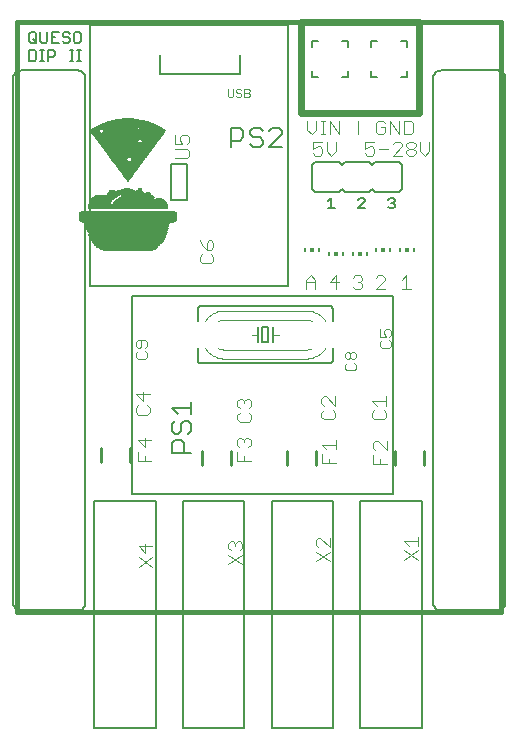
<source format=gto>
G75*
%MOIN*%
%OFA0B0*%
%FSLAX24Y24*%
%IPPOS*%
%LPD*%
%AMOC8*
5,1,8,0,0,1.08239X$1,22.5*
%
%ADD10C,0.0160*%
%ADD11C,0.0050*%
%ADD12C,0.0240*%
%ADD13C,0.0040*%
%ADD14C,0.0060*%
%ADD15C,0.0100*%
%ADD16C,0.0030*%
%ADD17R,0.0059X0.0118*%
%ADD18R,0.0118X0.0118*%
%ADD19C,0.0020*%
%ADD20C,0.0080*%
%ADD21R,0.1455X0.0013*%
%ADD22R,0.1573X0.0013*%
%ADD23R,0.1665X0.0013*%
%ADD24R,0.1731X0.0013*%
%ADD25R,0.1796X0.0013*%
%ADD26R,0.1849X0.0013*%
%ADD27R,0.1888X0.0013*%
%ADD28R,0.1927X0.0013*%
%ADD29R,0.1967X0.0013*%
%ADD30R,0.2006X0.0013*%
%ADD31R,0.2045X0.0013*%
%ADD32R,0.2071X0.0013*%
%ADD33R,0.2098X0.0013*%
%ADD34R,0.2137X0.0013*%
%ADD35R,0.2150X0.0013*%
%ADD36R,0.2176X0.0013*%
%ADD37R,0.2203X0.0013*%
%ADD38R,0.2229X0.0013*%
%ADD39R,0.2242X0.0013*%
%ADD40R,0.2268X0.0013*%
%ADD41R,0.2281X0.0013*%
%ADD42R,0.2307X0.0013*%
%ADD43R,0.2321X0.0013*%
%ADD44R,0.2334X0.0013*%
%ADD45R,0.2360X0.0013*%
%ADD46R,0.2373X0.0013*%
%ADD47R,0.2386X0.0013*%
%ADD48R,0.2399X0.0013*%
%ADD49R,0.2412X0.0013*%
%ADD50R,0.2439X0.0013*%
%ADD51R,0.2452X0.0013*%
%ADD52R,0.2465X0.0013*%
%ADD53R,0.2478X0.0013*%
%ADD54R,0.2491X0.0013*%
%ADD55R,0.2504X0.0013*%
%ADD56R,0.2517X0.0013*%
%ADD57R,0.2530X0.0013*%
%ADD58R,0.2543X0.0013*%
%ADD59R,0.2556X0.0013*%
%ADD60R,0.2570X0.0013*%
%ADD61R,0.2583X0.0013*%
%ADD62R,0.2596X0.0013*%
%ADD63R,0.2609X0.0013*%
%ADD64R,0.2622X0.0013*%
%ADD65R,0.2635X0.0013*%
%ADD66R,0.2648X0.0013*%
%ADD67R,0.2661X0.0013*%
%ADD68R,0.2674X0.0013*%
%ADD69R,0.2688X0.0013*%
%ADD70R,0.2701X0.0013*%
%ADD71R,0.2714X0.0013*%
%ADD72R,0.2727X0.0013*%
%ADD73R,0.2740X0.0013*%
%ADD74R,0.2753X0.0013*%
%ADD75R,0.2766X0.0013*%
%ADD76R,0.2779X0.0013*%
%ADD77R,0.2792X0.0013*%
%ADD78R,0.2806X0.0013*%
%ADD79R,0.3081X0.0013*%
%ADD80R,0.3146X0.0013*%
%ADD81R,0.3186X0.0013*%
%ADD82R,0.3225X0.0013*%
%ADD83R,0.3251X0.0013*%
%ADD84R,0.3264X0.0013*%
%ADD85R,0.3278X0.0013*%
%ADD86R,0.3238X0.0013*%
%ADD87R,0.3199X0.0013*%
%ADD88R,0.3160X0.0013*%
%ADD89R,0.3107X0.0013*%
%ADD90R,0.0774X0.0013*%
%ADD91R,0.0760X0.0013*%
%ADD92R,0.1822X0.0013*%
%ADD93R,0.0747X0.0013*%
%ADD94R,0.0734X0.0013*%
%ADD95R,0.1783X0.0013*%
%ADD96R,0.1770X0.0013*%
%ADD97R,0.1757X0.0013*%
%ADD98R,0.1704X0.0013*%
%ADD99R,0.1678X0.0013*%
%ADD100R,0.1639X0.0013*%
%ADD101R,0.1613X0.0013*%
%ADD102R,0.1586X0.0013*%
%ADD103R,0.1560X0.0013*%
%ADD104R,0.1508X0.0013*%
%ADD105R,0.1232X0.0013*%
%ADD106R,0.0184X0.0013*%
%ADD107R,0.1193X0.0013*%
%ADD108R,0.1180X0.0013*%
%ADD109R,0.1141X0.0013*%
%ADD110R,0.1101X0.0013*%
%ADD111R,0.1075X0.0013*%
%ADD112R,0.1036X0.0013*%
%ADD113R,0.1023X0.0013*%
%ADD114R,0.1009X0.0013*%
%ADD115R,0.0249X0.0013*%
%ADD116R,0.0446X0.0013*%
%ADD117R,0.1495X0.0013*%
%ADD118R,0.1481X0.0013*%
%ADD119R,0.1468X0.0013*%
%ADD120R,0.1442X0.0013*%
%ADD121R,0.1206X0.0013*%
%ADD122R,0.0197X0.0013*%
%ADD123R,0.0118X0.0013*%
%ADD124R,0.0052X0.0013*%
%ADD125R,0.1154X0.0013*%
%ADD126R,0.0210X0.0013*%
%ADD127R,0.0616X0.0013*%
%ADD128R,0.0144X0.0013*%
%ADD129R,0.0564X0.0013*%
%ADD130R,0.0026X0.0013*%
%ADD131R,0.0498X0.0013*%
%ADD132R,0.0170X0.0013*%
%ADD133R,0.0420X0.0013*%
%ADD134R,0.0341X0.0013*%
%ADD135R,0.0105X0.0013*%
%ADD136R,0.0066X0.0013*%
%ADD137R,0.0039X0.0013*%
%ADD138R,0.0013X0.0013*%
%ADD139R,0.0092X0.0013*%
%ADD140R,0.0223X0.0013*%
%ADD141R,0.0275X0.0013*%
%ADD142R,0.0302X0.0013*%
%ADD143R,0.0328X0.0013*%
%ADD144R,0.0354X0.0013*%
%ADD145R,0.0367X0.0013*%
%ADD146R,0.0380X0.0013*%
%ADD147R,0.0406X0.0013*%
%ADD148R,0.0433X0.0013*%
%ADD149R,0.0459X0.0013*%
%ADD150R,0.0485X0.0013*%
%ADD151R,0.0511X0.0013*%
%ADD152R,0.0538X0.0013*%
%ADD153R,0.0590X0.0013*%
%ADD154R,0.0642X0.0013*%
%ADD155R,0.0669X0.0013*%
%ADD156R,0.0695X0.0013*%
%ADD157R,0.0721X0.0013*%
%ADD158R,0.0800X0.0013*%
%ADD159R,0.0813X0.0013*%
%ADD160R,0.0826X0.0013*%
%ADD161R,0.0852X0.0013*%
%ADD162R,0.0878X0.0013*%
%ADD163R,0.0891X0.0013*%
%ADD164R,0.0905X0.0013*%
%ADD165R,0.0931X0.0013*%
%ADD166R,0.0957X0.0013*%
%ADD167R,0.0970X0.0013*%
%ADD168R,0.0983X0.0013*%
%ADD169R,0.0551X0.0013*%
%ADD170R,0.0524X0.0013*%
%ADD171R,0.0472X0.0013*%
%ADD172R,0.0629X0.0013*%
%ADD173R,0.1219X0.0013*%
%ADD174R,0.1245X0.0013*%
%ADD175R,0.1259X0.0013*%
%ADD176R,0.1272X0.0013*%
%ADD177R,0.1298X0.0013*%
%ADD178R,0.1324X0.0013*%
%ADD179R,0.1337X0.0013*%
%ADD180R,0.1350X0.0013*%
%ADD181R,0.1377X0.0013*%
%ADD182R,0.1403X0.0013*%
%ADD183R,0.1416X0.0013*%
%ADD184R,0.1429X0.0013*%
%ADD185R,0.1534X0.0013*%
%ADD186R,0.1547X0.0013*%
%ADD187R,0.1626X0.0013*%
%ADD188R,0.1652X0.0013*%
%ADD189R,0.1691X0.0013*%
%ADD190R,0.1744X0.0013*%
%ADD191R,0.1809X0.0013*%
%ADD192R,0.1862X0.0013*%
%ADD193R,0.1901X0.0013*%
%ADD194R,0.1940X0.0013*%
%ADD195R,0.1363X0.0013*%
%ADD196R,0.0577X0.0013*%
%ADD197R,0.0603X0.0013*%
%ADD198R,0.2111X0.0013*%
%ADD199R,0.2189X0.0013*%
%ADD200R,0.2216X0.0013*%
%ADD201R,0.2255X0.0013*%
%ADD202R,0.2294X0.0013*%
%ADD203R,0.1521X0.0013*%
%ADD204R,0.0839X0.0013*%
%ADD205R,0.2425X0.0013*%
%ADD206R,0.0315X0.0013*%
%ADD207R,0.2085X0.0013*%
%ADD208R,0.0787X0.0013*%
%ADD209R,0.2163X0.0013*%
%ADD210R,0.2124X0.0013*%
%ADD211R,0.2019X0.0013*%
%ADD212R,0.1953X0.0013*%
%ADD213R,0.1717X0.0013*%
%ADD214R,0.1599X0.0013*%
%ADD215R,0.1114X0.0013*%
D10*
X002254Y004003D02*
X018396Y004003D01*
X018396Y023688D01*
X002254Y023688D01*
X002254Y004003D01*
X004419Y004003D02*
X016230Y004003D01*
X016230Y023688D02*
X015640Y023688D01*
X011703Y023688D02*
X004419Y023688D01*
D11*
X004670Y023569D02*
X011270Y023569D01*
X011270Y014869D01*
X004670Y014869D01*
X004670Y023569D01*
X004371Y023276D02*
X004371Y023042D01*
X004312Y022984D01*
X004195Y022984D01*
X004137Y023042D01*
X004137Y023276D01*
X004195Y023334D01*
X004312Y023334D01*
X004371Y023276D01*
X004002Y023276D02*
X003944Y023334D01*
X003827Y023334D01*
X003769Y023276D01*
X003769Y023217D01*
X003827Y023159D01*
X003944Y023159D01*
X004002Y023101D01*
X004002Y023042D01*
X003944Y022984D01*
X003827Y022984D01*
X003769Y023042D01*
X003634Y022984D02*
X003400Y022984D01*
X003400Y023334D01*
X003634Y023334D01*
X003517Y023159D02*
X003400Y023159D01*
X003266Y023042D02*
X003266Y023334D01*
X003032Y023334D02*
X003032Y023042D01*
X003090Y022984D01*
X003207Y022984D01*
X003266Y023042D01*
X003278Y022734D02*
X003453Y022734D01*
X003511Y022676D01*
X003511Y022559D01*
X003453Y022501D01*
X003278Y022501D01*
X003278Y022384D02*
X003278Y022734D01*
X003149Y022734D02*
X003032Y022734D01*
X003090Y022734D02*
X003090Y022384D01*
X003032Y022384D02*
X003149Y022384D01*
X002897Y022442D02*
X002897Y022676D01*
X002839Y022734D01*
X002664Y022734D01*
X002664Y022384D01*
X002839Y022384D01*
X002897Y022442D01*
X002897Y022984D02*
X002780Y023101D01*
X002722Y022984D02*
X002664Y023042D01*
X002664Y023276D01*
X002722Y023334D01*
X002839Y023334D01*
X002897Y023276D01*
X002897Y023042D01*
X002839Y022984D01*
X002722Y022984D01*
X004014Y022734D02*
X004131Y022734D01*
X004073Y022734D02*
X004073Y022384D01*
X004131Y022384D02*
X004014Y022384D01*
X004260Y022384D02*
X004377Y022384D01*
X004318Y022384D02*
X004318Y022734D01*
X004260Y022734D02*
X004377Y022734D01*
X007392Y018924D02*
X007903Y018924D01*
X007903Y017743D01*
X007392Y017743D01*
X007392Y018924D01*
X006073Y014540D02*
X014773Y014540D01*
X014773Y007940D01*
X006073Y007940D01*
X006073Y014540D01*
X006880Y007723D02*
X004833Y007723D01*
X004833Y000125D01*
X006880Y000125D01*
X006880Y007723D01*
X007785Y007723D02*
X007785Y000125D01*
X009833Y000125D01*
X009833Y007723D01*
X007785Y007723D01*
X010738Y007723D02*
X010738Y000125D01*
X012785Y000125D01*
X012785Y007723D01*
X010738Y007723D01*
X013691Y007723D02*
X013691Y000125D01*
X015738Y000125D01*
X015738Y007723D01*
X013691Y007723D01*
X013617Y017466D02*
X013844Y017693D01*
X013844Y017750D01*
X013788Y017806D01*
X013674Y017806D01*
X013617Y017750D01*
X013617Y017466D02*
X013844Y017466D01*
X014617Y017523D02*
X014674Y017466D01*
X014788Y017466D01*
X014844Y017523D01*
X014844Y017580D01*
X014788Y017636D01*
X014731Y017636D01*
X014788Y017636D02*
X014844Y017693D01*
X014844Y017750D01*
X014788Y017806D01*
X014674Y017806D01*
X014617Y017750D01*
X012844Y017466D02*
X012617Y017466D01*
X012731Y017466D02*
X012731Y017806D01*
X012617Y017693D01*
D12*
X011703Y020656D02*
X015640Y020656D01*
X015640Y023688D01*
X011703Y023688D01*
X011703Y020656D01*
D13*
X011919Y020389D02*
X011919Y020082D01*
X012073Y019928D01*
X012226Y020082D01*
X012226Y020389D01*
X012380Y020389D02*
X012533Y020389D01*
X012457Y020389D02*
X012457Y019928D01*
X012533Y019928D02*
X012380Y019928D01*
X012423Y019680D02*
X012116Y019680D01*
X012116Y019450D01*
X012270Y019527D01*
X012347Y019527D01*
X012423Y019450D01*
X012423Y019297D01*
X012347Y019220D01*
X012193Y019220D01*
X012116Y019297D01*
X012577Y019373D02*
X012730Y019220D01*
X012884Y019373D01*
X012884Y019680D01*
X012994Y019928D02*
X012994Y020389D01*
X012687Y020389D02*
X012994Y019928D01*
X012687Y019928D02*
X012687Y020389D01*
X012577Y019680D02*
X012577Y019373D01*
X013608Y019928D02*
X013608Y020389D01*
X013849Y019680D02*
X013849Y019450D01*
X014002Y019527D01*
X014079Y019527D01*
X014156Y019450D01*
X014156Y019297D01*
X014079Y019220D01*
X013925Y019220D01*
X013849Y019297D01*
X013849Y019680D02*
X014156Y019680D01*
X014309Y019450D02*
X014616Y019450D01*
X014769Y019603D02*
X014846Y019680D01*
X015000Y019680D01*
X015076Y019603D01*
X015076Y019527D01*
X014769Y019220D01*
X015076Y019220D01*
X015230Y019297D02*
X015230Y019373D01*
X015307Y019450D01*
X015460Y019450D01*
X015537Y019373D01*
X015537Y019297D01*
X015460Y019220D01*
X015307Y019220D01*
X015230Y019297D01*
X015307Y019450D02*
X015230Y019527D01*
X015230Y019603D01*
X015307Y019680D01*
X015460Y019680D01*
X015537Y019603D01*
X015537Y019527D01*
X015460Y019450D01*
X015372Y019928D02*
X015142Y019928D01*
X015142Y020389D01*
X015372Y020389D01*
X015449Y020312D01*
X015449Y020005D01*
X015372Y019928D01*
X014989Y019928D02*
X014989Y020389D01*
X014682Y020389D02*
X014682Y019928D01*
X014528Y020005D02*
X014528Y020159D01*
X014375Y020159D01*
X014528Y020312D02*
X014452Y020389D01*
X014298Y020389D01*
X014221Y020312D01*
X014221Y020005D01*
X014298Y019928D01*
X014452Y019928D01*
X014528Y020005D01*
X014682Y020389D02*
X014989Y019928D01*
X015690Y019680D02*
X015690Y019373D01*
X015844Y019220D01*
X015997Y019373D01*
X015997Y019680D01*
X015223Y015231D02*
X015069Y015078D01*
X015223Y015231D02*
X015223Y014771D01*
X015376Y014771D02*
X015069Y014771D01*
X014510Y014771D02*
X014203Y014771D01*
X014510Y015078D01*
X014510Y015155D01*
X014433Y015231D01*
X014280Y015231D01*
X014203Y015155D01*
X013762Y015155D02*
X013762Y015078D01*
X013685Y015001D01*
X013762Y014924D01*
X013762Y014848D01*
X013685Y014771D01*
X013532Y014771D01*
X013455Y014848D01*
X013608Y015001D02*
X013685Y015001D01*
X013762Y015155D02*
X013685Y015231D01*
X013532Y015231D01*
X013455Y015155D01*
X012974Y015001D02*
X012668Y015001D01*
X012898Y015231D01*
X012898Y014771D01*
X012187Y014771D02*
X012187Y015078D01*
X012034Y015231D01*
X011880Y015078D01*
X011880Y014771D01*
X011880Y015001D02*
X012187Y015001D01*
X012470Y011194D02*
X012393Y011118D01*
X012393Y010964D01*
X012470Y010887D01*
X012470Y010734D02*
X012393Y010657D01*
X012393Y010504D01*
X012470Y010427D01*
X012777Y010427D01*
X012854Y010504D01*
X012854Y010657D01*
X012777Y010734D01*
X012854Y010887D02*
X012547Y011194D01*
X012470Y011194D01*
X012854Y011194D02*
X012854Y010887D01*
X012872Y009734D02*
X012872Y009428D01*
X012872Y009581D02*
X012412Y009581D01*
X012565Y009428D01*
X012412Y009274D02*
X012412Y008967D01*
X012872Y008967D01*
X012642Y008967D02*
X012642Y009121D01*
X014116Y009252D02*
X014116Y008945D01*
X014576Y008945D01*
X014346Y008945D02*
X014346Y009099D01*
X014192Y009406D02*
X014116Y009483D01*
X014116Y009636D01*
X014192Y009713D01*
X014269Y009713D01*
X014576Y009406D01*
X014576Y009713D01*
X014470Y010427D02*
X014163Y010427D01*
X014086Y010504D01*
X014086Y010657D01*
X014163Y010734D01*
X014240Y010887D02*
X014086Y011041D01*
X014547Y011041D01*
X014547Y011194D02*
X014547Y010887D01*
X014470Y010734D02*
X014547Y010657D01*
X014547Y010504D01*
X014470Y010427D01*
X015620Y006523D02*
X015620Y006216D01*
X015620Y006369D02*
X015159Y006369D01*
X015313Y006216D01*
X015159Y006062D02*
X015620Y005755D01*
X015620Y006062D02*
X015159Y005755D01*
X012667Y005716D02*
X012206Y006023D01*
X012283Y006176D02*
X012206Y006253D01*
X012206Y006406D01*
X012283Y006483D01*
X012360Y006483D01*
X012667Y006176D01*
X012667Y006483D01*
X012667Y006023D02*
X012206Y005716D01*
X009753Y005598D02*
X009293Y005905D01*
X009370Y006058D02*
X009293Y006135D01*
X009293Y006288D01*
X009370Y006365D01*
X009447Y006365D01*
X009523Y006288D01*
X009600Y006365D01*
X009677Y006365D01*
X009753Y006288D01*
X009753Y006135D01*
X009677Y006058D01*
X009753Y005905D02*
X009293Y005598D01*
X009523Y006212D02*
X009523Y006288D01*
X009577Y009046D02*
X009577Y009353D01*
X009654Y009506D02*
X009577Y009583D01*
X009577Y009736D01*
X009654Y009813D01*
X009730Y009813D01*
X009807Y009736D01*
X009884Y009813D01*
X009961Y009813D01*
X010037Y009736D01*
X010037Y009583D01*
X009961Y009506D01*
X009807Y009660D02*
X009807Y009736D01*
X009807Y009199D02*
X009807Y009046D01*
X010037Y009046D02*
X009577Y009046D01*
X009675Y010348D02*
X009982Y010348D01*
X010059Y010425D01*
X010059Y010578D01*
X009982Y010655D01*
X009982Y010809D02*
X010059Y010885D01*
X010059Y011039D01*
X009982Y011116D01*
X009905Y011116D01*
X009828Y011039D01*
X009828Y010962D01*
X009828Y011039D02*
X009752Y011116D01*
X009675Y011116D01*
X009598Y011039D01*
X009598Y010885D01*
X009675Y010809D01*
X009675Y010655D02*
X009598Y010578D01*
X009598Y010425D01*
X009675Y010348D01*
X006730Y009736D02*
X006270Y009736D01*
X006500Y009506D01*
X006500Y009813D01*
X006270Y009353D02*
X006270Y009046D01*
X006730Y009046D01*
X006500Y009046D02*
X006500Y009199D01*
X006596Y010584D02*
X006289Y010584D01*
X006212Y010661D01*
X006212Y010815D01*
X006289Y010891D01*
X006443Y011045D02*
X006212Y011275D01*
X006673Y011275D01*
X006443Y011352D02*
X006443Y011045D01*
X006596Y010891D02*
X006673Y010815D01*
X006673Y010661D01*
X006596Y010584D01*
X006531Y006286D02*
X006531Y005979D01*
X006301Y006210D01*
X006761Y006210D01*
X006761Y005826D02*
X006301Y005519D01*
X006301Y005826D02*
X006761Y005519D01*
X008415Y015624D02*
X008338Y015701D01*
X008338Y015854D01*
X008415Y015931D01*
X008569Y016084D02*
X008569Y016314D01*
X008645Y016391D01*
X008722Y016391D01*
X008799Y016314D01*
X008799Y016161D01*
X008722Y016084D01*
X008569Y016084D01*
X008415Y016238D01*
X008338Y016391D01*
X008722Y015931D02*
X008799Y015854D01*
X008799Y015701D01*
X008722Y015624D01*
X008415Y015624D01*
X007905Y019141D02*
X007521Y019141D01*
X007521Y019448D02*
X007905Y019448D01*
X007982Y019371D01*
X007982Y019218D01*
X007905Y019141D01*
X007905Y019601D02*
X007982Y019678D01*
X007982Y019832D01*
X007905Y019908D01*
X007752Y019908D01*
X007675Y019832D01*
X007675Y019755D01*
X007752Y019601D01*
X007521Y019601D01*
X007521Y019908D01*
D14*
X009370Y019719D02*
X009691Y019719D01*
X009797Y019826D01*
X009797Y020039D01*
X009691Y020146D01*
X009370Y020146D01*
X009370Y019505D01*
X010015Y019612D02*
X010122Y019505D01*
X010335Y019505D01*
X010442Y019612D01*
X010442Y019719D01*
X010335Y019826D01*
X010122Y019826D01*
X010015Y019932D01*
X010015Y020039D01*
X010122Y020146D01*
X010335Y020146D01*
X010442Y020039D01*
X010660Y020039D02*
X010766Y020146D01*
X010980Y020146D01*
X011087Y020039D01*
X011087Y019932D01*
X010660Y019505D01*
X011087Y019505D01*
X012092Y018891D02*
X012192Y018991D01*
X012992Y018991D01*
X013092Y018891D01*
X013192Y018991D01*
X013992Y018991D01*
X014092Y018891D01*
X014192Y018991D01*
X014992Y018991D01*
X015092Y018891D01*
X015092Y018091D01*
X014992Y017991D01*
X014192Y017991D01*
X014092Y018091D01*
X013992Y017991D01*
X013192Y017991D01*
X013092Y018091D01*
X012992Y017991D01*
X012192Y017991D01*
X012092Y018091D01*
X012092Y018891D01*
X012087Y021828D02*
X012087Y022028D01*
X012087Y021828D02*
X012287Y021828D01*
X012087Y022828D02*
X012087Y023028D01*
X012287Y023028D01*
X013087Y023028D02*
X013287Y023028D01*
X013287Y022828D01*
X013287Y022028D02*
X013287Y021828D01*
X013087Y021828D01*
X014055Y021828D02*
X014055Y022028D01*
X014055Y021828D02*
X014255Y021828D01*
X015055Y021828D02*
X015255Y021828D01*
X015255Y022028D01*
X015255Y022828D02*
X015255Y023028D01*
X015055Y023028D01*
X014255Y023028D02*
X014055Y023028D01*
X014055Y022828D01*
X016125Y021808D02*
X016125Y004308D01*
X016127Y004278D01*
X016132Y004248D01*
X016141Y004219D01*
X016154Y004192D01*
X016169Y004166D01*
X016188Y004142D01*
X016209Y004121D01*
X016233Y004102D01*
X016259Y004087D01*
X016286Y004074D01*
X016315Y004065D01*
X016345Y004060D01*
X016375Y004058D01*
X018275Y004058D01*
X018305Y004060D01*
X018335Y004065D01*
X018364Y004074D01*
X018391Y004087D01*
X018417Y004102D01*
X018441Y004121D01*
X018462Y004142D01*
X018481Y004166D01*
X018496Y004192D01*
X018509Y004219D01*
X018518Y004248D01*
X018523Y004278D01*
X018525Y004308D01*
X018525Y021808D01*
X018523Y021838D01*
X018518Y021868D01*
X018509Y021897D01*
X018496Y021924D01*
X018481Y021950D01*
X018462Y021974D01*
X018441Y021995D01*
X018417Y022014D01*
X018391Y022029D01*
X018364Y022042D01*
X018335Y022051D01*
X018305Y022056D01*
X018275Y022058D01*
X016375Y022058D01*
X016345Y022056D01*
X016315Y022051D01*
X016286Y022042D01*
X016259Y022029D01*
X016233Y022014D01*
X016209Y021995D01*
X016188Y021974D01*
X016169Y021950D01*
X016154Y021924D01*
X016141Y021897D01*
X016132Y021868D01*
X016127Y021838D01*
X016125Y021808D01*
X012672Y014205D02*
X008372Y014205D01*
X008355Y014203D01*
X008338Y014199D01*
X008322Y014192D01*
X008308Y014182D01*
X008295Y014169D01*
X008285Y014155D01*
X008278Y014139D01*
X008274Y014122D01*
X008272Y014105D01*
X008272Y013705D01*
X008272Y012805D02*
X008272Y012405D01*
X008274Y012388D01*
X008278Y012371D01*
X008285Y012355D01*
X008295Y012341D01*
X008308Y012328D01*
X008322Y012318D01*
X008338Y012311D01*
X008355Y012307D01*
X008372Y012305D01*
X012672Y012305D01*
X012689Y012307D01*
X012706Y012311D01*
X012722Y012318D01*
X012736Y012328D01*
X012749Y012341D01*
X012759Y012355D01*
X012766Y012371D01*
X012770Y012388D01*
X012772Y012405D01*
X012772Y012805D01*
X012772Y013705D02*
X012772Y014105D01*
X012770Y014122D01*
X012766Y014139D01*
X012759Y014155D01*
X012749Y014169D01*
X012736Y014182D01*
X012722Y014192D01*
X012706Y014199D01*
X012689Y014203D01*
X012672Y014205D01*
X010772Y013505D02*
X010772Y013255D01*
X010772Y013005D01*
X010622Y013005D02*
X010622Y013505D01*
X010422Y013505D01*
X010422Y013005D01*
X010622Y013005D01*
X010272Y013005D02*
X010272Y013255D01*
X010272Y013505D01*
X008042Y011020D02*
X008042Y010593D01*
X008042Y010807D02*
X007401Y010807D01*
X007615Y010593D01*
X007508Y010376D02*
X007401Y010269D01*
X007401Y010055D01*
X007508Y009949D01*
X007615Y009949D01*
X007722Y010055D01*
X007722Y010269D01*
X007828Y010376D01*
X007935Y010376D01*
X008042Y010269D01*
X008042Y010055D01*
X007935Y009949D01*
X007722Y009731D02*
X007828Y009624D01*
X007828Y009304D01*
X008042Y009304D02*
X007401Y009304D01*
X007401Y009624D01*
X007508Y009731D01*
X007722Y009731D01*
X004525Y004308D02*
X004525Y021808D01*
X004523Y021838D01*
X004518Y021868D01*
X004509Y021897D01*
X004496Y021924D01*
X004481Y021950D01*
X004462Y021974D01*
X004441Y021995D01*
X004417Y022014D01*
X004391Y022029D01*
X004364Y022042D01*
X004335Y022051D01*
X004305Y022056D01*
X004275Y022058D01*
X002375Y022058D01*
X002345Y022056D01*
X002315Y022051D01*
X002286Y022042D01*
X002259Y022029D01*
X002233Y022014D01*
X002209Y021995D01*
X002188Y021974D01*
X002169Y021950D01*
X002154Y021924D01*
X002141Y021897D01*
X002132Y021868D01*
X002127Y021838D01*
X002125Y021808D01*
X002125Y004308D01*
X002127Y004278D01*
X002132Y004248D01*
X002141Y004219D01*
X002154Y004192D01*
X002169Y004166D01*
X002188Y004142D01*
X002209Y004121D01*
X002233Y004102D01*
X002259Y004087D01*
X002286Y004074D01*
X002315Y004065D01*
X002345Y004060D01*
X002375Y004058D01*
X004275Y004058D01*
X004305Y004060D01*
X004335Y004065D01*
X004364Y004074D01*
X004391Y004087D01*
X004417Y004102D01*
X004441Y004121D01*
X004462Y004142D01*
X004481Y004166D01*
X004496Y004192D01*
X004509Y004219D01*
X004518Y004248D01*
X004523Y004278D01*
X004525Y004308D01*
D15*
X005042Y009019D02*
X005042Y009479D01*
X006002Y009479D02*
X006002Y009019D01*
X008427Y008901D02*
X008427Y009361D01*
X009387Y009361D02*
X009387Y008901D01*
X011262Y008901D02*
X011262Y009361D01*
X012222Y009361D02*
X012222Y008901D01*
X014845Y008901D02*
X014845Y009361D01*
X015805Y009361D02*
X015805Y008901D01*
D16*
X013488Y012061D02*
X013550Y012123D01*
X013550Y012246D01*
X013488Y012308D01*
X013488Y012430D02*
X013426Y012430D01*
X013365Y012491D01*
X013365Y012615D01*
X013426Y012676D01*
X013488Y012676D01*
X013550Y012615D01*
X013550Y012491D01*
X013488Y012430D01*
X013365Y012491D02*
X013303Y012430D01*
X013241Y012430D01*
X013180Y012491D01*
X013180Y012615D01*
X013241Y012676D01*
X013303Y012676D01*
X013365Y012615D01*
X013241Y012308D02*
X013180Y012246D01*
X013180Y012123D01*
X013241Y012061D01*
X013488Y012061D01*
X014357Y012873D02*
X014419Y012811D01*
X014666Y012811D01*
X014727Y012873D01*
X014727Y012996D01*
X014666Y013058D01*
X014666Y013179D02*
X014727Y013241D01*
X014727Y013364D01*
X014666Y013426D01*
X014542Y013426D01*
X014481Y013364D01*
X014481Y013303D01*
X014542Y013179D01*
X014357Y013179D01*
X014357Y013426D01*
X014419Y013058D02*
X014357Y012996D01*
X014357Y012873D01*
X006581Y012885D02*
X006581Y013008D01*
X006520Y013070D01*
X006273Y013070D01*
X006211Y013008D01*
X006211Y012885D01*
X006273Y012823D01*
X006334Y012823D01*
X006396Y012885D01*
X006396Y013070D01*
X006581Y012885D02*
X006520Y012823D01*
X006520Y012702D02*
X006581Y012640D01*
X006581Y012517D01*
X006520Y012455D01*
X006273Y012455D01*
X006211Y012517D01*
X006211Y012640D01*
X006273Y012702D01*
D17*
X011860Y016070D03*
X012333Y016070D03*
X012648Y015952D03*
X013120Y015952D03*
X013435Y015952D03*
X013907Y015952D03*
X014222Y016070D03*
X014695Y016070D03*
X015010Y016070D03*
X015482Y016070D03*
D18*
X015246Y016070D03*
X014459Y016070D03*
X013671Y015952D03*
X012884Y015952D03*
X012096Y016070D03*
D19*
X011872Y014055D02*
X009172Y014055D01*
X009172Y013755D02*
X011872Y013755D01*
X011910Y013754D01*
X011947Y013749D01*
X011984Y013742D01*
X012020Y013733D01*
X012056Y013720D01*
X012090Y013705D01*
X011872Y014055D02*
X011928Y014053D01*
X011983Y014047D01*
X012038Y014038D01*
X012092Y014024D01*
X012145Y014007D01*
X012196Y013986D01*
X012246Y013962D01*
X012294Y013934D01*
X012341Y013903D01*
X012384Y013869D01*
X012426Y013832D01*
X012465Y013792D01*
X012501Y013750D01*
X012533Y013705D01*
X012090Y012805D02*
X012056Y012790D01*
X012020Y012777D01*
X011984Y012768D01*
X011947Y012761D01*
X011910Y012756D01*
X011872Y012755D01*
X009172Y012755D01*
X009172Y012455D02*
X011872Y012455D01*
X011871Y012455D02*
X011927Y012457D01*
X011982Y012463D01*
X012037Y012472D01*
X012091Y012486D01*
X012144Y012503D01*
X012195Y012524D01*
X012245Y012548D01*
X012293Y012576D01*
X012340Y012607D01*
X012384Y012641D01*
X012425Y012678D01*
X012464Y012718D01*
X012500Y012760D01*
X012532Y012805D01*
X010972Y013255D02*
X010772Y013255D01*
X010272Y013255D02*
X010072Y013255D01*
X009172Y014055D02*
X009116Y014053D01*
X009061Y014047D01*
X009006Y014038D01*
X008952Y014024D01*
X008899Y014007D01*
X008848Y013986D01*
X008798Y013962D01*
X008750Y013934D01*
X008703Y013903D01*
X008659Y013869D01*
X008618Y013832D01*
X008579Y013792D01*
X008543Y013750D01*
X008511Y013705D01*
X008511Y012805D02*
X008543Y012760D01*
X008579Y012718D01*
X008618Y012678D01*
X008660Y012641D01*
X008703Y012607D01*
X008750Y012576D01*
X008798Y012548D01*
X008848Y012524D01*
X008899Y012503D01*
X008952Y012486D01*
X009006Y012472D01*
X009061Y012463D01*
X009116Y012457D01*
X009172Y012455D01*
X009172Y012755D02*
X009134Y012756D01*
X009097Y012761D01*
X009060Y012768D01*
X009024Y012777D01*
X008988Y012790D01*
X008954Y012805D01*
X008954Y013705D02*
X008988Y013720D01*
X009024Y013733D01*
X009060Y013742D01*
X009097Y013749D01*
X009134Y013754D01*
X009172Y013755D01*
X009316Y021174D02*
X009410Y021174D01*
X009457Y021220D01*
X009457Y021454D01*
X009546Y021407D02*
X009546Y021360D01*
X009593Y021314D01*
X009686Y021314D01*
X009733Y021267D01*
X009733Y021220D01*
X009686Y021174D01*
X009593Y021174D01*
X009546Y021220D01*
X009546Y021407D02*
X009593Y021454D01*
X009686Y021454D01*
X009733Y021407D01*
X009822Y021454D02*
X009822Y021174D01*
X009962Y021174D01*
X010009Y021220D01*
X010009Y021267D01*
X009962Y021314D01*
X009822Y021314D01*
X009822Y021454D02*
X009962Y021454D01*
X010009Y021407D01*
X010009Y021360D01*
X009962Y021314D01*
X009316Y021174D02*
X009270Y021220D01*
X009270Y021454D01*
D20*
X009695Y021936D02*
X007018Y021936D01*
X007018Y022566D01*
X007018Y023590D02*
X009695Y023590D01*
X009695Y022566D02*
X009695Y021936D01*
D21*
X005940Y020311D03*
X005940Y019301D03*
X005940Y016024D03*
D22*
X005933Y016037D03*
X005946Y019380D03*
D23*
X005940Y019446D03*
X005940Y020272D03*
X005940Y016050D03*
D24*
X005933Y016063D03*
X006340Y017663D03*
X005946Y019485D03*
D25*
X005940Y020245D03*
X006346Y017610D03*
X005940Y016076D03*
D26*
X005940Y016089D03*
X006333Y017571D03*
X005940Y019564D03*
X005940Y020232D03*
D27*
X005946Y019590D03*
X005933Y016103D03*
D28*
X005940Y016116D03*
X005940Y019616D03*
D29*
X005933Y016129D03*
D30*
X005940Y016142D03*
D31*
X005933Y016155D03*
D32*
X005933Y016168D03*
X006130Y019970D03*
X006143Y019983D03*
X006156Y019996D03*
X006156Y020009D03*
X005946Y020180D03*
D33*
X006143Y020062D03*
X006156Y020049D03*
X006169Y020036D03*
X005946Y019734D03*
X005933Y016181D03*
D34*
X005940Y016194D03*
X005940Y019760D03*
D35*
X005946Y019773D03*
X005933Y016207D03*
D36*
X005933Y016221D03*
X005946Y019787D03*
D37*
X005933Y016234D03*
D38*
X005933Y016247D03*
X005946Y019826D03*
D39*
X005940Y016260D03*
D40*
X005940Y016273D03*
X005940Y019852D03*
X005940Y020127D03*
D41*
X005933Y016286D03*
D42*
X005933Y016299D03*
X005946Y019878D03*
D43*
X005940Y016312D03*
D44*
X005933Y016325D03*
X005946Y019891D03*
D45*
X005933Y016339D03*
D46*
X005940Y016352D03*
D47*
X005933Y016365D03*
D48*
X005940Y016378D03*
D49*
X005933Y016391D03*
D50*
X005933Y016404D03*
D51*
X005940Y016417D03*
D52*
X005933Y016430D03*
D53*
X005940Y016443D03*
D54*
X005933Y016457D03*
D55*
X005940Y016470D03*
D56*
X005933Y016483D03*
X005933Y016496D03*
D57*
X005940Y016509D03*
D58*
X005933Y016522D03*
D59*
X005940Y016535D03*
D60*
X005933Y016548D03*
X005933Y016561D03*
D61*
X005940Y016575D03*
D62*
X005933Y016588D03*
D63*
X005940Y016601D03*
X005940Y016614D03*
D64*
X005933Y016627D03*
D65*
X005940Y016640D03*
X005940Y016653D03*
D66*
X005933Y016666D03*
X005933Y016679D03*
X005946Y017558D03*
D67*
X005940Y017545D03*
X005940Y017532D03*
X005940Y016693D03*
D68*
X005933Y016706D03*
X005933Y016719D03*
X005946Y017505D03*
X005946Y017519D03*
D69*
X005940Y017492D03*
X005940Y017479D03*
X005940Y017466D03*
X005940Y017453D03*
X005940Y016732D03*
D70*
X005933Y016745D03*
X005933Y016758D03*
D71*
X005940Y016771D03*
X005940Y016784D03*
D72*
X005933Y016797D03*
X005933Y016811D03*
D73*
X005940Y016824D03*
X005940Y016837D03*
D74*
X005933Y016850D03*
X005933Y016863D03*
X005933Y016876D03*
D75*
X005940Y016889D03*
X005940Y016902D03*
D76*
X005933Y016915D03*
X005933Y016929D03*
D77*
X005940Y016942D03*
X005940Y016955D03*
D78*
X005933Y016968D03*
D79*
X005940Y016981D03*
D80*
X005946Y016994D03*
D81*
X005940Y017007D03*
D82*
X005946Y017020D03*
X005946Y017033D03*
X005946Y017309D03*
D83*
X005946Y017283D03*
X005946Y017047D03*
D84*
X005940Y017060D03*
X005940Y017269D03*
D85*
X005946Y017256D03*
X005946Y017243D03*
X005946Y017230D03*
X005946Y017217D03*
X005946Y017204D03*
X005946Y017191D03*
X005946Y017178D03*
X005946Y017165D03*
X005946Y017151D03*
X005946Y017138D03*
X005946Y017125D03*
X005946Y017112D03*
X005946Y017099D03*
X005946Y017086D03*
X005946Y017073D03*
D86*
X005940Y017296D03*
D87*
X005946Y017322D03*
D88*
X005940Y017335D03*
D89*
X005940Y017348D03*
D90*
X005245Y017859D03*
X005219Y017846D03*
X005206Y017833D03*
X005179Y017820D03*
X005166Y017807D03*
X005153Y017794D03*
X005127Y017781D03*
X005009Y017571D03*
X005940Y018843D03*
D91*
X005278Y017872D03*
X005107Y017768D03*
X005002Y017584D03*
D92*
X006346Y017584D03*
X006346Y017597D03*
X005940Y019551D03*
D93*
X005940Y018830D03*
X005101Y017754D03*
X005088Y017741D03*
X005075Y017728D03*
X005061Y017715D03*
X005061Y017702D03*
X005048Y017689D03*
X005035Y017663D03*
X005022Y017650D03*
X005022Y017636D03*
X005009Y017610D03*
X005009Y017597D03*
D94*
X005016Y017623D03*
X005042Y017676D03*
X005946Y018816D03*
D95*
X005946Y019524D03*
X006340Y017623D03*
D96*
X006346Y017636D03*
X005940Y019511D03*
D97*
X006340Y017650D03*
D98*
X006340Y017676D03*
X005946Y019472D03*
D99*
X006353Y017689D03*
D100*
X006359Y017702D03*
D101*
X006346Y017715D03*
X005940Y019406D03*
D102*
X005940Y019393D03*
X006346Y017728D03*
D103*
X006346Y017741D03*
X005507Y020075D03*
D104*
X005520Y020101D03*
X005940Y019341D03*
X006359Y019905D03*
X006372Y019918D03*
X006346Y017754D03*
D105*
X006222Y017768D03*
D106*
X006969Y017768D03*
D107*
X006228Y017781D03*
D108*
X006235Y017794D03*
X005868Y017964D03*
X005868Y017977D03*
X005868Y017990D03*
D109*
X005874Y018017D03*
X006241Y017807D03*
D110*
X006248Y017820D03*
D111*
X006261Y017833D03*
D112*
X006268Y017846D03*
X006241Y017886D03*
X005940Y020377D03*
D113*
X006261Y017859D03*
D114*
X006254Y017872D03*
X005940Y019000D03*
D115*
X005940Y018489D03*
X005075Y017886D03*
D116*
X005461Y017886D03*
X006287Y019079D03*
X006287Y019092D03*
D117*
X005946Y019328D03*
X005540Y020114D03*
X005999Y017899D03*
D118*
X005992Y017912D03*
X005940Y019315D03*
D119*
X005986Y017925D03*
D120*
X005986Y017938D03*
D121*
X005868Y017951D03*
D122*
X006333Y018043D03*
X006595Y017951D03*
X005940Y018449D03*
D123*
X005940Y018397D03*
X006346Y018082D03*
X006608Y017964D03*
D124*
X006615Y017977D03*
D125*
X005868Y018004D03*
D126*
X005920Y018095D03*
X006327Y018030D03*
X005409Y018030D03*
D127*
X005887Y018030D03*
X005940Y018738D03*
D128*
X005940Y018423D03*
X005940Y018410D03*
X006346Y018069D03*
X005389Y018043D03*
D129*
X005887Y018043D03*
X005940Y018698D03*
X005651Y019092D03*
X006687Y019695D03*
D130*
X005370Y018056D03*
D131*
X005894Y018056D03*
D132*
X005940Y018436D03*
X006333Y018056D03*
D133*
X005907Y018069D03*
X006261Y019026D03*
X006261Y019039D03*
X006274Y019052D03*
D134*
X005907Y018082D03*
X004845Y020036D03*
X004871Y020062D03*
D135*
X006353Y018095D03*
D136*
X006359Y018108D03*
X005940Y018358D03*
X005940Y018371D03*
D137*
X005940Y018344D03*
X006359Y018122D03*
D138*
X005940Y018331D03*
D139*
X005940Y018384D03*
D140*
X005940Y018462D03*
X005940Y018476D03*
D141*
X005940Y018502D03*
D142*
X005940Y018515D03*
X005940Y018528D03*
D143*
X005940Y018541D03*
X004852Y020009D03*
X004852Y020023D03*
D144*
X004852Y020049D03*
X005940Y018554D03*
D145*
X005946Y018567D03*
D146*
X005940Y018580D03*
D147*
X005940Y018594D03*
D148*
X005940Y018607D03*
X005940Y018620D03*
X006241Y019013D03*
X006281Y019066D03*
X005940Y020429D03*
D149*
X005940Y018633D03*
D150*
X005940Y018646D03*
X006294Y019118D03*
D151*
X005940Y018672D03*
X005940Y018659D03*
D152*
X005940Y018685D03*
X005678Y019039D03*
X005665Y019052D03*
X006661Y019655D03*
X006674Y019669D03*
D153*
X005940Y018725D03*
X005940Y018712D03*
X005651Y019105D03*
X005651Y019118D03*
D154*
X005940Y018751D03*
X005940Y020416D03*
D155*
X005940Y018777D03*
X005940Y018764D03*
D156*
X005940Y018790D03*
D157*
X005940Y018803D03*
D158*
X005940Y018856D03*
X005166Y019918D03*
X006726Y020101D03*
D159*
X006733Y020088D03*
X005946Y018869D03*
X005173Y019905D03*
X005160Y019931D03*
D160*
X005940Y018882D03*
D161*
X005940Y018895D03*
X006740Y020075D03*
D162*
X005940Y018908D03*
D163*
X005946Y018921D03*
D164*
X005940Y018934D03*
X005940Y020390D03*
D165*
X005940Y018948D03*
D166*
X005940Y018961D03*
D167*
X005946Y018974D03*
D168*
X005940Y018987D03*
D169*
X005697Y019013D03*
X005658Y019066D03*
X005658Y019079D03*
X006654Y019642D03*
X006681Y019682D03*
D170*
X006287Y019131D03*
X005684Y019026D03*
D171*
X006287Y019105D03*
D172*
X005658Y019131D03*
D173*
X005940Y019144D03*
X005940Y020350D03*
D174*
X005940Y019157D03*
D175*
X005946Y019170D03*
D176*
X005940Y019184D03*
D177*
X005940Y019197D03*
X005940Y020337D03*
D178*
X005940Y019210D03*
D179*
X005946Y019223D03*
D180*
X005940Y019236D03*
X005625Y019669D03*
D181*
X005612Y019695D03*
X005940Y019249D03*
X005940Y020324D03*
D182*
X005612Y019708D03*
X005940Y019262D03*
D183*
X005946Y019275D03*
X005619Y019721D03*
D184*
X005940Y019288D03*
D185*
X005940Y019354D03*
X005507Y020088D03*
X005940Y020298D03*
D186*
X006379Y019944D03*
X005946Y019367D03*
D187*
X005946Y019419D03*
D188*
X005946Y019433D03*
D189*
X005940Y019459D03*
D190*
X005940Y019498D03*
D191*
X005946Y019537D03*
D192*
X005946Y019577D03*
D193*
X005940Y019603D03*
X005940Y020219D03*
D194*
X005946Y019629D03*
D195*
X005645Y019642D03*
X005632Y019655D03*
X005619Y019682D03*
D196*
X006681Y019708D03*
D197*
X006681Y019721D03*
D198*
X005940Y019747D03*
D199*
X005940Y019800D03*
D200*
X005940Y019813D03*
X005940Y020141D03*
D201*
X005946Y019839D03*
D202*
X005940Y019865D03*
D203*
X006379Y019931D03*
D204*
X005160Y019944D03*
D205*
X005940Y019957D03*
D206*
X004884Y019970D03*
X004871Y019983D03*
X004858Y019996D03*
D207*
X006163Y020023D03*
D208*
X005933Y020403D03*
X006707Y020114D03*
D209*
X005940Y020154D03*
D210*
X005946Y020167D03*
D211*
X005946Y020193D03*
D212*
X005940Y020206D03*
D213*
X005940Y020259D03*
D214*
X005946Y020285D03*
D215*
X005940Y020363D03*
M02*

</source>
